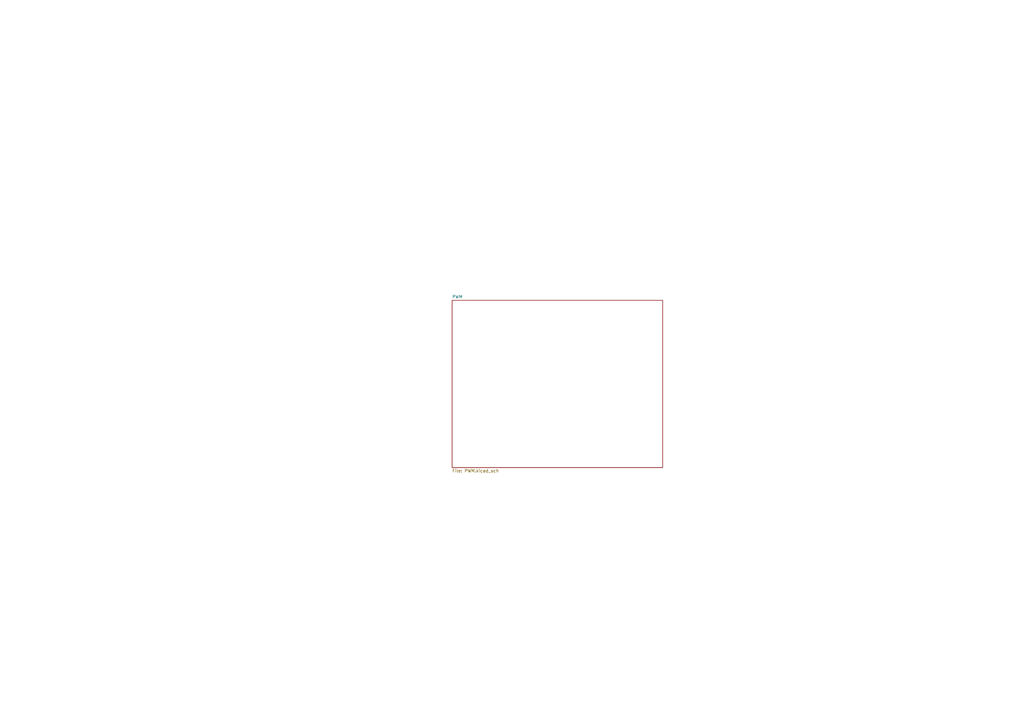
<source format=kicad_sch>
(kicad_sch (version 20211123) (generator eeschema)
  (paper "A3")
  (lib_symbols)
  (sheet (at 185.42 123.19) (size 86.36 68.58) (stroke (width 0.1524))
    (property "Sheet name" "PWM" (at 185.42 122.4784 0) (effects (justify left bottom)))
    (property "Sheet file" "PWM.kicad_sch" (at 185.42 192.3546 0) (effects (justify left top)))
  )
)
</source>
